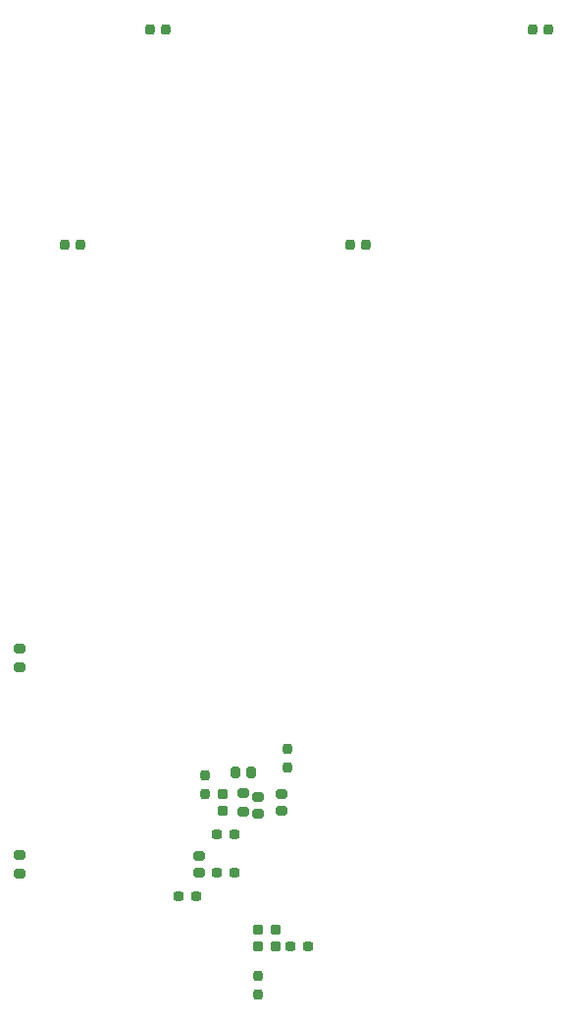
<source format=gbp>
%FSTAX44Y44*%
%MOMM*%
G71*
G01*
G75*
G04 Layer_Color=16714495*
G04:AMPARAMS|DCode=10|XSize=0.8mm|YSize=1mm|CornerRadius=0.2mm|HoleSize=0mm|Usage=FLASHONLY|Rotation=270.000|XOffset=0mm|YOffset=0mm|HoleType=Round|Shape=RoundedRectangle|*
%AMROUNDEDRECTD10*
21,1,0.8000,0.6000,0,0,270.0*
21,1,0.4000,1.0000,0,0,270.0*
1,1,0.4000,-0.3000,-0.2000*
1,1,0.4000,-0.3000,0.2000*
1,1,0.4000,0.3000,0.2000*
1,1,0.4000,0.3000,-0.2000*
%
%ADD10ROUNDEDRECTD10*%
G04:AMPARAMS|DCode=11|XSize=0.8mm|YSize=1mm|CornerRadius=0.2mm|HoleSize=0mm|Usage=FLASHONLY|Rotation=0.000|XOffset=0mm|YOffset=0mm|HoleType=Round|Shape=RoundedRectangle|*
%AMROUNDEDRECTD11*
21,1,0.8000,0.6000,0,0,0.0*
21,1,0.4000,1.0000,0,0,0.0*
1,1,0.4000,0.2000,-0.3000*
1,1,0.4000,-0.2000,-0.3000*
1,1,0.4000,-0.2000,0.3000*
1,1,0.4000,0.2000,0.3000*
%
%ADD11ROUNDEDRECTD11*%
G04:AMPARAMS|DCode=12|XSize=0.9mm|YSize=0.8mm|CornerRadius=0.2mm|HoleSize=0mm|Usage=FLASHONLY|Rotation=90.000|XOffset=0mm|YOffset=0mm|HoleType=Round|Shape=RoundedRectangle|*
%AMROUNDEDRECTD12*
21,1,0.9000,0.4000,0,0,90.0*
21,1,0.5000,0.8000,0,0,90.0*
1,1,0.4000,0.2000,0.2500*
1,1,0.4000,0.2000,-0.2500*
1,1,0.4000,-0.2000,-0.2500*
1,1,0.4000,-0.2000,0.2500*
%
%ADD12ROUNDEDRECTD12*%
G04:AMPARAMS|DCode=13|XSize=0.45mm|YSize=0.8mm|CornerRadius=0.1125mm|HoleSize=0mm|Usage=FLASHONLY|Rotation=180.000|XOffset=0mm|YOffset=0mm|HoleType=Round|Shape=RoundedRectangle|*
%AMROUNDEDRECTD13*
21,1,0.4500,0.5750,0,0,180.0*
21,1,0.2250,0.8000,0,0,180.0*
1,1,0.2250,-0.1125,0.2875*
1,1,0.2250,0.1125,0.2875*
1,1,0.2250,0.1125,-0.2875*
1,1,0.2250,-0.1125,-0.2875*
%
%ADD13ROUNDEDRECTD13*%
G04:AMPARAMS|DCode=14|XSize=1mm|YSize=0.8mm|CornerRadius=0.2mm|HoleSize=0mm|Usage=FLASHONLY|Rotation=180.000|XOffset=0mm|YOffset=0mm|HoleType=Round|Shape=RoundedRectangle|*
%AMROUNDEDRECTD14*
21,1,1.0000,0.4000,0,0,180.0*
21,1,0.6000,0.8000,0,0,180.0*
1,1,0.4000,-0.3000,0.2000*
1,1,0.4000,0.3000,0.2000*
1,1,0.4000,0.3000,-0.2000*
1,1,0.4000,-0.3000,-0.2000*
%
%ADD14ROUNDEDRECTD14*%
G04:AMPARAMS|DCode=15|XSize=1.9mm|YSize=0.4mm|CornerRadius=0.1mm|HoleSize=0mm|Usage=FLASHONLY|Rotation=180.000|XOffset=0mm|YOffset=0mm|HoleType=Round|Shape=RoundedRectangle|*
%AMROUNDEDRECTD15*
21,1,1.9000,0.2000,0,0,180.0*
21,1,1.7000,0.4000,0,0,180.0*
1,1,0.2000,-0.8500,0.1000*
1,1,0.2000,0.8500,0.1000*
1,1,0.2000,0.8500,-0.1000*
1,1,0.2000,-0.8500,-0.1000*
%
%ADD15ROUNDEDRECTD15*%
G04:AMPARAMS|DCode=16|XSize=0.8mm|YSize=0.85mm|CornerRadius=0.2mm|HoleSize=0mm|Usage=FLASHONLY|Rotation=90.000|XOffset=0mm|YOffset=0mm|HoleType=Round|Shape=RoundedRectangle|*
%AMROUNDEDRECTD16*
21,1,0.8000,0.4500,0,0,90.0*
21,1,0.4000,0.8500,0,0,90.0*
1,1,0.4000,0.2250,0.2000*
1,1,0.4000,0.2250,-0.2000*
1,1,0.4000,-0.2250,-0.2000*
1,1,0.4000,-0.2250,0.2000*
%
%ADD16ROUNDEDRECTD16*%
G04:AMPARAMS|DCode=17|XSize=1.6mm|YSize=1.3mm|CornerRadius=0.325mm|HoleSize=0mm|Usage=FLASHONLY|Rotation=0.000|XOffset=0mm|YOffset=0mm|HoleType=Round|Shape=RoundedRectangle|*
%AMROUNDEDRECTD17*
21,1,1.6000,0.6500,0,0,0.0*
21,1,0.9500,1.3000,0,0,0.0*
1,1,0.6500,0.4750,-0.3250*
1,1,0.6500,-0.4750,-0.3250*
1,1,0.6500,-0.4750,0.3250*
1,1,0.6500,0.4750,0.3250*
%
%ADD17ROUNDEDRECTD17*%
G04:AMPARAMS|DCode=18|XSize=2mm|YSize=1.6mm|CornerRadius=0.4mm|HoleSize=0mm|Usage=FLASHONLY|Rotation=90.000|XOffset=0mm|YOffset=0mm|HoleType=Round|Shape=RoundedRectangle|*
%AMROUNDEDRECTD18*
21,1,2.0000,0.8000,0,0,90.0*
21,1,1.2000,1.6000,0,0,90.0*
1,1,0.8000,0.4000,0.6000*
1,1,0.8000,0.4000,-0.6000*
1,1,0.8000,-0.4000,-0.6000*
1,1,0.8000,-0.4000,0.6000*
%
%ADD18ROUNDEDRECTD18*%
G04:AMPARAMS|DCode=19|XSize=2mm|YSize=2.6mm|CornerRadius=0.5mm|HoleSize=0mm|Usage=FLASHONLY|Rotation=90.000|XOffset=0mm|YOffset=0mm|HoleType=Round|Shape=RoundedRectangle|*
%AMROUNDEDRECTD19*
21,1,2.0000,1.6000,0,0,90.0*
21,1,1.0000,2.6000,0,0,90.0*
1,1,1.0000,0.8000,0.5000*
1,1,1.0000,0.8000,-0.5000*
1,1,1.0000,-0.8000,-0.5000*
1,1,1.0000,-0.8000,0.5000*
%
%ADD19ROUNDEDRECTD19*%
G04:AMPARAMS|DCode=20|XSize=1.25mm|YSize=1mm|CornerRadius=0.25mm|HoleSize=0mm|Usage=FLASHONLY|Rotation=180.000|XOffset=0mm|YOffset=0mm|HoleType=Round|Shape=RoundedRectangle|*
%AMROUNDEDRECTD20*
21,1,1.2500,0.5000,0,0,180.0*
21,1,0.7500,1.0000,0,0,180.0*
1,1,0.5000,-0.3750,0.2500*
1,1,0.5000,0.3750,0.2500*
1,1,0.5000,0.3750,-0.2500*
1,1,0.5000,-0.3750,-0.2500*
%
%ADD20ROUNDEDRECTD20*%
G04:AMPARAMS|DCode=21|XSize=1.8mm|YSize=2.8mm|CornerRadius=0.18mm|HoleSize=0mm|Usage=FLASHONLY|Rotation=90.000|XOffset=0mm|YOffset=0mm|HoleType=Round|Shape=RoundedRectangle|*
%AMROUNDEDRECTD21*
21,1,1.8000,2.4400,0,0,90.0*
21,1,1.4400,2.8000,0,0,90.0*
1,1,0.3600,1.2200,0.7200*
1,1,0.3600,1.2200,-0.7200*
1,1,0.3600,-1.2200,-0.7200*
1,1,0.3600,-1.2200,0.7200*
%
%ADD21ROUNDEDRECTD21*%
G04:AMPARAMS|DCode=22|XSize=0.7mm|YSize=1mm|CornerRadius=0.175mm|HoleSize=0mm|Usage=FLASHONLY|Rotation=270.000|XOffset=0mm|YOffset=0mm|HoleType=Round|Shape=RoundedRectangle|*
%AMROUNDEDRECTD22*
21,1,0.7000,0.6500,0,0,270.0*
21,1,0.3500,1.0000,0,0,270.0*
1,1,0.3500,-0.3250,-0.1750*
1,1,0.3500,-0.3250,0.1750*
1,1,0.3500,0.3250,0.1750*
1,1,0.3500,0.3250,-0.1750*
%
%ADD22ROUNDEDRECTD22*%
G04:AMPARAMS|DCode=23|XSize=2mm|YSize=1.6mm|CornerRadius=0.4mm|HoleSize=0mm|Usage=FLASHONLY|Rotation=0.000|XOffset=0mm|YOffset=0mm|HoleType=Round|Shape=RoundedRectangle|*
%AMROUNDEDRECTD23*
21,1,2.0000,0.8000,0,0,0.0*
21,1,1.2000,1.6000,0,0,0.0*
1,1,0.8000,0.6000,-0.4000*
1,1,0.8000,-0.6000,-0.4000*
1,1,0.8000,-0.6000,0.4000*
1,1,0.8000,0.6000,0.4000*
%
%ADD23ROUNDEDRECTD23*%
G04:AMPARAMS|DCode=24|XSize=2mm|YSize=2.6mm|CornerRadius=0.5mm|HoleSize=0mm|Usage=FLASHONLY|Rotation=0.000|XOffset=0mm|YOffset=0mm|HoleType=Round|Shape=RoundedRectangle|*
%AMROUNDEDRECTD24*
21,1,2.0000,1.6000,0,0,0.0*
21,1,1.0000,2.6000,0,0,0.0*
1,1,1.0000,0.5000,-0.8000*
1,1,1.0000,-0.5000,-0.8000*
1,1,1.0000,-0.5000,0.8000*
1,1,1.0000,0.5000,0.8000*
%
%ADD24ROUNDEDRECTD24*%
G04:AMPARAMS|DCode=25|XSize=2.4mm|YSize=3mm|CornerRadius=0.24mm|HoleSize=0mm|Usage=FLASHONLY|Rotation=270.000|XOffset=0mm|YOffset=0mm|HoleType=Round|Shape=RoundedRectangle|*
%AMROUNDEDRECTD25*
21,1,2.4000,2.5200,0,0,270.0*
21,1,1.9200,3.0000,0,0,270.0*
1,1,0.4800,-1.2600,-0.9600*
1,1,0.4800,-1.2600,0.9600*
1,1,0.4800,1.2600,0.9600*
1,1,0.4800,1.2600,-0.9600*
%
%ADD25ROUNDEDRECTD25*%
G04:AMPARAMS|DCode=26|XSize=2.65mm|YSize=1.75mm|CornerRadius=0.4375mm|HoleSize=0mm|Usage=FLASHONLY|Rotation=180.000|XOffset=0mm|YOffset=0mm|HoleType=Round|Shape=RoundedRectangle|*
%AMROUNDEDRECTD26*
21,1,2.6500,0.8750,0,0,180.0*
21,1,1.7750,1.7500,0,0,180.0*
1,1,0.8750,-0.8875,0.4375*
1,1,0.8750,0.8875,0.4375*
1,1,0.8750,0.8875,-0.4375*
1,1,0.8750,-0.8875,-0.4375*
%
%ADD26ROUNDEDRECTD26*%
G04:AMPARAMS|DCode=27|XSize=1.8mm|YSize=2.8mm|CornerRadius=0.18mm|HoleSize=0mm|Usage=FLASHONLY|Rotation=180.000|XOffset=0mm|YOffset=0mm|HoleType=Round|Shape=RoundedRectangle|*
%AMROUNDEDRECTD27*
21,1,1.8000,2.4400,0,0,180.0*
21,1,1.4400,2.8000,0,0,180.0*
1,1,0.3600,-0.7200,1.2200*
1,1,0.3600,0.7200,1.2200*
1,1,0.3600,0.7200,-1.2200*
1,1,0.3600,-0.7200,-1.2200*
%
%ADD27ROUNDEDRECTD27*%
G04:AMPARAMS|DCode=28|XSize=1.25mm|YSize=1mm|CornerRadius=0.25mm|HoleSize=0mm|Usage=FLASHONLY|Rotation=90.000|XOffset=0mm|YOffset=0mm|HoleType=Round|Shape=RoundedRectangle|*
%AMROUNDEDRECTD28*
21,1,1.2500,0.5000,0,0,90.0*
21,1,0.7500,1.0000,0,0,90.0*
1,1,0.5000,0.2500,0.3750*
1,1,0.5000,0.2500,-0.3750*
1,1,0.5000,-0.2500,-0.3750*
1,1,0.5000,-0.2500,0.3750*
%
%ADD28ROUNDEDRECTD28*%
%ADD29O,0.4000X1.9000*%
G04:AMPARAMS|DCode=30|XSize=0.9mm|YSize=0.8mm|CornerRadius=0.2mm|HoleSize=0mm|Usage=FLASHONLY|Rotation=180.000|XOffset=0mm|YOffset=0mm|HoleType=Round|Shape=RoundedRectangle|*
%AMROUNDEDRECTD30*
21,1,0.9000,0.4000,0,0,180.0*
21,1,0.5000,0.8000,0,0,180.0*
1,1,0.4000,-0.2500,0.2000*
1,1,0.4000,0.2500,0.2000*
1,1,0.4000,0.2500,-0.2000*
1,1,0.4000,-0.2500,-0.2000*
%
%ADD30ROUNDEDRECTD30*%
G04:AMPARAMS|DCode=31|XSize=0.7mm|YSize=1mm|CornerRadius=0.175mm|HoleSize=0mm|Usage=FLASHONLY|Rotation=0.000|XOffset=0mm|YOffset=0mm|HoleType=Round|Shape=RoundedRectangle|*
%AMROUNDEDRECTD31*
21,1,0.7000,0.6500,0,0,0.0*
21,1,0.3500,1.0000,0,0,0.0*
1,1,0.3500,0.1750,-0.3250*
1,1,0.3500,-0.1750,-0.3250*
1,1,0.3500,-0.1750,0.3250*
1,1,0.3500,0.1750,0.3250*
%
%ADD31ROUNDEDRECTD31*%
G04:AMPARAMS|DCode=32|XSize=0.8mm|YSize=0.85mm|CornerRadius=0.2mm|HoleSize=0mm|Usage=FLASHONLY|Rotation=180.000|XOffset=0mm|YOffset=0mm|HoleType=Round|Shape=RoundedRectangle|*
%AMROUNDEDRECTD32*
21,1,0.8000,0.4500,0,0,180.0*
21,1,0.4000,0.8500,0,0,180.0*
1,1,0.4000,-0.2000,0.2250*
1,1,0.4000,0.2000,0.2250*
1,1,0.4000,0.2000,-0.2250*
1,1,0.4000,-0.2000,-0.2250*
%
%ADD32ROUNDEDRECTD32*%
G04:AMPARAMS|DCode=33|XSize=0.6mm|YSize=2.2mm|CornerRadius=0.15mm|HoleSize=0mm|Usage=FLASHONLY|Rotation=0.000|XOffset=0mm|YOffset=0mm|HoleType=Round|Shape=RoundedRectangle|*
%AMROUNDEDRECTD33*
21,1,0.6000,1.9000,0,0,0.0*
21,1,0.3000,2.2000,0,0,0.0*
1,1,0.3000,0.1500,-0.9500*
1,1,0.3000,-0.1500,-0.9500*
1,1,0.3000,-0.1500,0.9500*
1,1,0.3000,0.1500,0.9500*
%
%ADD33ROUNDEDRECTD33*%
G04:AMPARAMS|DCode=34|XSize=2.2mm|YSize=2.8mm|CornerRadius=0.33mm|HoleSize=0mm|Usage=FLASHONLY|Rotation=90.000|XOffset=0mm|YOffset=0mm|HoleType=Round|Shape=RoundedRectangle|*
%AMROUNDEDRECTD34*
21,1,2.2000,2.1400,0,0,90.0*
21,1,1.5400,2.8000,0,0,90.0*
1,1,0.6600,1.0700,0.7700*
1,1,0.6600,1.0700,-0.7700*
1,1,0.6600,-1.0700,-0.7700*
1,1,0.6600,-1.0700,0.7700*
%
%ADD34ROUNDEDRECTD34*%
G04:AMPARAMS|DCode=35|XSize=1mm|YSize=0.8mm|CornerRadius=0.2mm|HoleSize=0mm|Usage=FLASHONLY|Rotation=90.000|XOffset=0mm|YOffset=0mm|HoleType=Round|Shape=RoundedRectangle|*
%AMROUNDEDRECTD35*
21,1,1.0000,0.4000,0,0,90.0*
21,1,0.6000,0.8000,0,0,90.0*
1,1,0.4000,0.2000,0.3000*
1,1,0.4000,0.2000,-0.3000*
1,1,0.4000,-0.2000,-0.3000*
1,1,0.4000,-0.2000,0.3000*
%
%ADD35ROUNDEDRECTD35*%
G04:AMPARAMS|DCode=36|XSize=0.5mm|YSize=0.65mm|CornerRadius=0.125mm|HoleSize=0mm|Usage=FLASHONLY|Rotation=180.000|XOffset=0mm|YOffset=0mm|HoleType=Round|Shape=RoundedRectangle|*
%AMROUNDEDRECTD36*
21,1,0.5000,0.4000,0,0,180.0*
21,1,0.2500,0.6500,0,0,180.0*
1,1,0.2500,-0.1250,0.2000*
1,1,0.2500,0.1250,0.2000*
1,1,0.2500,0.1250,-0.2000*
1,1,0.2500,-0.1250,-0.2000*
%
%ADD36ROUNDEDRECTD36*%
G04:AMPARAMS|DCode=37|XSize=0.3mm|YSize=1.9mm|CornerRadius=0.075mm|HoleSize=0mm|Usage=FLASHONLY|Rotation=270.000|XOffset=0mm|YOffset=0mm|HoleType=Round|Shape=RoundedRectangle|*
%AMROUNDEDRECTD37*
21,1,0.3000,1.7500,0,0,270.0*
21,1,0.1500,1.9000,0,0,270.0*
1,1,0.1500,-0.8750,-0.0750*
1,1,0.1500,-0.8750,0.0750*
1,1,0.1500,0.8750,0.0750*
1,1,0.1500,0.8750,-0.0750*
%
%ADD37ROUNDEDRECTD37*%
G04:AMPARAMS|DCode=38|XSize=0.3mm|YSize=1.9mm|CornerRadius=0.075mm|HoleSize=0mm|Usage=FLASHONLY|Rotation=180.000|XOffset=0mm|YOffset=0mm|HoleType=Round|Shape=RoundedRectangle|*
%AMROUNDEDRECTD38*
21,1,0.3000,1.7500,0,0,180.0*
21,1,0.1500,1.9000,0,0,180.0*
1,1,0.1500,-0.0750,0.8750*
1,1,0.1500,0.0750,0.8750*
1,1,0.1500,0.0750,-0.8750*
1,1,0.1500,-0.0750,-0.8750*
%
%ADD38ROUNDEDRECTD38*%
G04:AMPARAMS|DCode=39|XSize=6mm|YSize=6mm|CornerRadius=0.3mm|HoleSize=0mm|Usage=FLASHONLY|Rotation=270.000|XOffset=0mm|YOffset=0mm|HoleType=Round|Shape=RoundedRectangle|*
%AMROUNDEDRECTD39*
21,1,6.0000,5.4000,0,0,270.0*
21,1,5.4000,6.0000,0,0,270.0*
1,1,0.6000,-2.7000,-2.7000*
1,1,0.6000,-2.7000,2.7000*
1,1,0.6000,2.7000,2.7000*
1,1,0.6000,2.7000,-2.7000*
%
%ADD39ROUNDEDRECTD39*%
%ADD40C,0.3000*%
%ADD41C,0.2540*%
%ADD42C,1.0000*%
%ADD43C,0.4000*%
%ADD44C,0.7000*%
%ADD45C,0.5000*%
%ADD46C,0.2500*%
%ADD47C,0.2000*%
%ADD48C,2.0000*%
%ADD49C,1.6000*%
%ADD50C,2.5000*%
%ADD51C,2.0000*%
%ADD52C,1.3000*%
%ADD53C,2.2000*%
%ADD54C,0.6000*%
%ADD55C,1.0000*%
%ADD56C,0.7000*%
%ADD57C,1.0160*%
%ADD58C,2.0160*%
G04:AMPARAMS|DCode=59|XSize=2.524mm|YSize=2.524mm|CornerRadius=0mm|HoleSize=0mm|Usage=FLASHONLY|Rotation=0.000|XOffset=0mm|YOffset=0mm|HoleType=Round|Shape=Relief|Width=0.254mm|Gap=0.254mm|Entries=4|*
%AMTHD59*
7,0,0,2.5240,2.0160,0.2540,45*
%
%ADD59THD59*%
%ADD60C,2.6160*%
%ADD61C,2.2160*%
%ADD62C,2.6160*%
G04:AMPARAMS|DCode=63|XSize=3.124mm|YSize=3.124mm|CornerRadius=0mm|HoleSize=0mm|Usage=FLASHONLY|Rotation=0.000|XOffset=0mm|YOffset=0mm|HoleType=Round|Shape=Relief|Width=0.254mm|Gap=0.254mm|Entries=4|*
%AMTHD63*
7,0,0,3.1240,2.6160,0.2540,45*
%
%ADD63THD63*%
%ADD64C,2.3160*%
G04:AMPARAMS|DCode=65|XSize=2.824mm|YSize=2.824mm|CornerRadius=0mm|HoleSize=0mm|Usage=FLASHONLY|Rotation=0.000|XOffset=0mm|YOffset=0mm|HoleType=Round|Shape=Relief|Width=0.254mm|Gap=0.254mm|Entries=4|*
%AMTHD65*
7,0,0,2.8240,2.3160,0.2540,45*
%
%ADD65THD65*%
%ADD66C,1.8160*%
G04:AMPARAMS|DCode=67|XSize=2.324mm|YSize=2.324mm|CornerRadius=0mm|HoleSize=0mm|Usage=FLASHONLY|Rotation=0.000|XOffset=0mm|YOffset=0mm|HoleType=Round|Shape=Relief|Width=0.254mm|Gap=0.254mm|Entries=4|*
%AMTHD67*
7,0,0,2.3240,1.8160,0.2540,45*
%
%ADD67THD67*%
%ADD68C,6.0960*%
G04:AMPARAMS|DCode=69|XSize=1.824mm|YSize=1.824mm|CornerRadius=0mm|HoleSize=0mm|Usage=FLASHONLY|Rotation=0.000|XOffset=0mm|YOffset=0mm|HoleType=Round|Shape=Relief|Width=0.254mm|Gap=0.254mm|Entries=4|*
%AMTHD69*
7,0,0,1.8240,1.3160,0.2540,45*
%
%ADD69THD69*%
%ADD70C,1.3160*%
G04:AMPARAMS|DCode=71|XSize=2.124mm|YSize=2.124mm|CornerRadius=0mm|HoleSize=0mm|Usage=FLASHONLY|Rotation=0.000|XOffset=0mm|YOffset=0mm|HoleType=Round|Shape=Relief|Width=0.254mm|Gap=0.254mm|Entries=4|*
%AMTHD71*
7,0,0,2.1240,1.6160,0.2540,45*
%
%ADD71THD71*%
%ADD72C,1.6160*%
%ADD73C,0.0254*%
%ADD74C,0.3500*%
G04:AMPARAMS|DCode=75|XSize=1mm|YSize=1.2mm|CornerRadius=0.3mm|HoleSize=0mm|Usage=FLASHONLY|Rotation=270.000|XOffset=0mm|YOffset=0mm|HoleType=Round|Shape=RoundedRectangle|*
%AMROUNDEDRECTD75*
21,1,1.0000,0.6000,0,0,270.0*
21,1,0.4000,1.2000,0,0,270.0*
1,1,0.6000,-0.3000,-0.2000*
1,1,0.6000,-0.3000,0.2000*
1,1,0.6000,0.3000,0.2000*
1,1,0.6000,0.3000,-0.2000*
%
%ADD75ROUNDEDRECTD75*%
G04:AMPARAMS|DCode=76|XSize=1mm|YSize=1.2mm|CornerRadius=0.3mm|HoleSize=0mm|Usage=FLASHONLY|Rotation=0.000|XOffset=0mm|YOffset=0mm|HoleType=Round|Shape=RoundedRectangle|*
%AMROUNDEDRECTD76*
21,1,1.0000,0.6000,0,0,0.0*
21,1,0.4000,1.2000,0,0,0.0*
1,1,0.6000,0.2000,-0.3000*
1,1,0.6000,-0.2000,-0.3000*
1,1,0.6000,-0.2000,0.3000*
1,1,0.6000,0.2000,0.3000*
%
%ADD76ROUNDEDRECTD76*%
G04:AMPARAMS|DCode=77|XSize=1.1032mm|YSize=1.0032mm|CornerRadius=0.3016mm|HoleSize=0mm|Usage=FLASHONLY|Rotation=90.000|XOffset=0mm|YOffset=0mm|HoleType=Round|Shape=RoundedRectangle|*
%AMROUNDEDRECTD77*
21,1,1.1032,0.4000,0,0,90.0*
21,1,0.5000,1.0032,0,0,90.0*
1,1,0.6032,0.2000,0.2500*
1,1,0.6032,0.2000,-0.2500*
1,1,0.6032,-0.2000,-0.2500*
1,1,0.6032,-0.2000,0.2500*
%
%ADD77ROUNDEDRECTD77*%
G04:AMPARAMS|DCode=78|XSize=0.6532mm|YSize=1.0032mm|CornerRadius=0.2141mm|HoleSize=0mm|Usage=FLASHONLY|Rotation=180.000|XOffset=0mm|YOffset=0mm|HoleType=Round|Shape=RoundedRectangle|*
%AMROUNDEDRECTD78*
21,1,0.6532,0.5750,0,0,180.0*
21,1,0.2250,1.0032,0,0,180.0*
1,1,0.4282,-0.1125,0.2875*
1,1,0.4282,0.1125,0.2875*
1,1,0.4282,0.1125,-0.2875*
1,1,0.4282,-0.1125,-0.2875*
%
%ADD78ROUNDEDRECTD78*%
G04:AMPARAMS|DCode=79|XSize=1.2032mm|YSize=1.0032mm|CornerRadius=0.3016mm|HoleSize=0mm|Usage=FLASHONLY|Rotation=180.000|XOffset=0mm|YOffset=0mm|HoleType=Round|Shape=RoundedRectangle|*
%AMROUNDEDRECTD79*
21,1,1.2032,0.4000,0,0,180.0*
21,1,0.6000,1.0032,0,0,180.0*
1,1,0.6032,-0.3000,0.2000*
1,1,0.6032,0.3000,0.2000*
1,1,0.6032,0.3000,-0.2000*
1,1,0.6032,-0.3000,-0.2000*
%
%ADD79ROUNDEDRECTD79*%
G04:AMPARAMS|DCode=80|XSize=2mm|YSize=0.5mm|CornerRadius=0.15mm|HoleSize=0mm|Usage=FLASHONLY|Rotation=180.000|XOffset=0mm|YOffset=0mm|HoleType=Round|Shape=RoundedRectangle|*
%AMROUNDEDRECTD80*
21,1,2.0000,0.2000,0,0,180.0*
21,1,1.7000,0.5000,0,0,180.0*
1,1,0.3000,-0.8500,0.1000*
1,1,0.3000,0.8500,0.1000*
1,1,0.3000,0.8500,-0.1000*
1,1,0.3000,-0.8500,-0.1000*
%
%ADD80ROUNDEDRECTD80*%
G04:AMPARAMS|DCode=81|XSize=1.0032mm|YSize=1.0532mm|CornerRadius=0.3016mm|HoleSize=0mm|Usage=FLASHONLY|Rotation=90.000|XOffset=0mm|YOffset=0mm|HoleType=Round|Shape=RoundedRectangle|*
%AMROUNDEDRECTD81*
21,1,1.0032,0.4500,0,0,90.0*
21,1,0.4000,1.0532,0,0,90.0*
1,1,0.6032,0.2250,0.2000*
1,1,0.6032,0.2250,-0.2000*
1,1,0.6032,-0.2250,-0.2000*
1,1,0.6032,-0.2250,0.2000*
%
%ADD81ROUNDEDRECTD81*%
G04:AMPARAMS|DCode=82|XSize=1.8032mm|YSize=1.5032mm|CornerRadius=0.4266mm|HoleSize=0mm|Usage=FLASHONLY|Rotation=0.000|XOffset=0mm|YOffset=0mm|HoleType=Round|Shape=RoundedRectangle|*
%AMROUNDEDRECTD82*
21,1,1.8032,0.6500,0,0,0.0*
21,1,0.9500,1.5032,0,0,0.0*
1,1,0.8532,0.4750,-0.3250*
1,1,0.8532,-0.4750,-0.3250*
1,1,0.8532,-0.4750,0.3250*
1,1,0.8532,0.4750,0.3250*
%
%ADD82ROUNDEDRECTD82*%
G04:AMPARAMS|DCode=83|XSize=2.2mm|YSize=1.8mm|CornerRadius=0.5mm|HoleSize=0mm|Usage=FLASHONLY|Rotation=90.000|XOffset=0mm|YOffset=0mm|HoleType=Round|Shape=RoundedRectangle|*
%AMROUNDEDRECTD83*
21,1,2.2000,0.8000,0,0,90.0*
21,1,1.2000,1.8000,0,0,90.0*
1,1,1.0000,0.4000,0.6000*
1,1,1.0000,0.4000,-0.6000*
1,1,1.0000,-0.4000,-0.6000*
1,1,1.0000,-0.4000,0.6000*
%
%ADD83ROUNDEDRECTD83*%
G04:AMPARAMS|DCode=84|XSize=2.2mm|YSize=2.8mm|CornerRadius=0.6mm|HoleSize=0mm|Usage=FLASHONLY|Rotation=90.000|XOffset=0mm|YOffset=0mm|HoleType=Round|Shape=RoundedRectangle|*
%AMROUNDEDRECTD84*
21,1,2.2000,1.6000,0,0,90.0*
21,1,1.0000,2.8000,0,0,90.0*
1,1,1.2000,0.8000,0.5000*
1,1,1.2000,0.8000,-0.5000*
1,1,1.2000,-0.8000,-0.5000*
1,1,1.2000,-0.8000,0.5000*
%
%ADD84ROUNDEDRECTD84*%
G04:AMPARAMS|DCode=85|XSize=1.4532mm|YSize=1.2032mm|CornerRadius=0.3516mm|HoleSize=0mm|Usage=FLASHONLY|Rotation=180.000|XOffset=0mm|YOffset=0mm|HoleType=Round|Shape=RoundedRectangle|*
%AMROUNDEDRECTD85*
21,1,1.4532,0.5000,0,0,180.0*
21,1,0.7500,1.2032,0,0,180.0*
1,1,0.7032,-0.3750,0.2500*
1,1,0.7032,0.3750,0.2500*
1,1,0.7032,0.3750,-0.2500*
1,1,0.7032,-0.3750,-0.2500*
%
%ADD85ROUNDEDRECTD85*%
G04:AMPARAMS|DCode=86|XSize=2.0032mm|YSize=3.0032mm|CornerRadius=0.2816mm|HoleSize=0mm|Usage=FLASHONLY|Rotation=90.000|XOffset=0mm|YOffset=0mm|HoleType=Round|Shape=RoundedRectangle|*
%AMROUNDEDRECTD86*
21,1,2.0032,2.4400,0,0,90.0*
21,1,1.4400,3.0032,0,0,90.0*
1,1,0.5632,1.2200,0.7200*
1,1,0.5632,1.2200,-0.7200*
1,1,0.5632,-1.2200,-0.7200*
1,1,0.5632,-1.2200,0.7200*
%
%ADD86ROUNDEDRECTD86*%
G04:AMPARAMS|DCode=87|XSize=0.9032mm|YSize=1.2032mm|CornerRadius=0.2766mm|HoleSize=0mm|Usage=FLASHONLY|Rotation=270.000|XOffset=0mm|YOffset=0mm|HoleType=Round|Shape=RoundedRectangle|*
%AMROUNDEDRECTD87*
21,1,0.9032,0.6500,0,0,270.0*
21,1,0.3500,1.2032,0,0,270.0*
1,1,0.5532,-0.3250,-0.1750*
1,1,0.5532,-0.3250,0.1750*
1,1,0.5532,0.3250,0.1750*
1,1,0.5532,0.3250,-0.1750*
%
%ADD87ROUNDEDRECTD87*%
G04:AMPARAMS|DCode=88|XSize=2.2mm|YSize=1.8mm|CornerRadius=0.5mm|HoleSize=0mm|Usage=FLASHONLY|Rotation=0.000|XOffset=0mm|YOffset=0mm|HoleType=Round|Shape=RoundedRectangle|*
%AMROUNDEDRECTD88*
21,1,2.2000,0.8000,0,0,0.0*
21,1,1.2000,1.8000,0,0,0.0*
1,1,1.0000,0.6000,-0.4000*
1,1,1.0000,-0.6000,-0.4000*
1,1,1.0000,-0.6000,0.4000*
1,1,1.0000,0.6000,0.4000*
%
%ADD88ROUNDEDRECTD88*%
G04:AMPARAMS|DCode=89|XSize=2.2mm|YSize=2.8mm|CornerRadius=0.6mm|HoleSize=0mm|Usage=FLASHONLY|Rotation=0.000|XOffset=0mm|YOffset=0mm|HoleType=Round|Shape=RoundedRectangle|*
%AMROUNDEDRECTD89*
21,1,2.2000,1.6000,0,0,0.0*
21,1,1.0000,2.8000,0,0,0.0*
1,1,1.2000,0.5000,-0.8000*
1,1,1.2000,-0.5000,-0.8000*
1,1,1.2000,-0.5000,0.8000*
1,1,1.2000,0.5000,0.8000*
%
%ADD89ROUNDEDRECTD89*%
G04:AMPARAMS|DCode=90|XSize=2.6032mm|YSize=3.2032mm|CornerRadius=0.3416mm|HoleSize=0mm|Usage=FLASHONLY|Rotation=270.000|XOffset=0mm|YOffset=0mm|HoleType=Round|Shape=RoundedRectangle|*
%AMROUNDEDRECTD90*
21,1,2.6032,2.5200,0,0,270.0*
21,1,1.9200,3.2032,0,0,270.0*
1,1,0.6832,-1.2600,-0.9600*
1,1,0.6832,-1.2600,0.9600*
1,1,0.6832,1.2600,0.9600*
1,1,0.6832,1.2600,-0.9600*
%
%ADD90ROUNDEDRECTD90*%
G04:AMPARAMS|DCode=91|XSize=2.8532mm|YSize=1.9532mm|CornerRadius=0.5391mm|HoleSize=0mm|Usage=FLASHONLY|Rotation=180.000|XOffset=0mm|YOffset=0mm|HoleType=Round|Shape=RoundedRectangle|*
%AMROUNDEDRECTD91*
21,1,2.8532,0.8750,0,0,180.0*
21,1,1.7750,1.9532,0,0,180.0*
1,1,1.0782,-0.8875,0.4375*
1,1,1.0782,0.8875,0.4375*
1,1,1.0782,0.8875,-0.4375*
1,1,1.0782,-0.8875,-0.4375*
%
%ADD91ROUNDEDRECTD91*%
G04:AMPARAMS|DCode=92|XSize=2.0032mm|YSize=3.0032mm|CornerRadius=0.2816mm|HoleSize=0mm|Usage=FLASHONLY|Rotation=180.000|XOffset=0mm|YOffset=0mm|HoleType=Round|Shape=RoundedRectangle|*
%AMROUNDEDRECTD92*
21,1,2.0032,2.4400,0,0,180.0*
21,1,1.4400,3.0032,0,0,180.0*
1,1,0.5632,-0.7200,1.2200*
1,1,0.5632,0.7200,1.2200*
1,1,0.5632,0.7200,-1.2200*
1,1,0.5632,-0.7200,-1.2200*
%
%ADD92ROUNDEDRECTD92*%
G04:AMPARAMS|DCode=93|XSize=1.4532mm|YSize=1.2032mm|CornerRadius=0.3516mm|HoleSize=0mm|Usage=FLASHONLY|Rotation=90.000|XOffset=0mm|YOffset=0mm|HoleType=Round|Shape=RoundedRectangle|*
%AMROUNDEDRECTD93*
21,1,1.4532,0.5000,0,0,90.0*
21,1,0.7500,1.2032,0,0,90.0*
1,1,0.7032,0.2500,0.3750*
1,1,0.7032,0.2500,-0.3750*
1,1,0.7032,-0.2500,-0.3750*
1,1,0.7032,-0.2500,0.3750*
%
%ADD93ROUNDEDRECTD93*%
%ADD94O,0.5000X2.0000*%
G04:AMPARAMS|DCode=95|XSize=1.1032mm|YSize=1.0032mm|CornerRadius=0.3016mm|HoleSize=0mm|Usage=FLASHONLY|Rotation=180.000|XOffset=0mm|YOffset=0mm|HoleType=Round|Shape=RoundedRectangle|*
%AMROUNDEDRECTD95*
21,1,1.1032,0.4000,0,0,180.0*
21,1,0.5000,1.0032,0,0,180.0*
1,1,0.6032,-0.2500,0.2000*
1,1,0.6032,0.2500,0.2000*
1,1,0.6032,0.2500,-0.2000*
1,1,0.6032,-0.2500,-0.2000*
%
%ADD95ROUNDEDRECTD95*%
G04:AMPARAMS|DCode=96|XSize=0.9032mm|YSize=1.2032mm|CornerRadius=0.2766mm|HoleSize=0mm|Usage=FLASHONLY|Rotation=0.000|XOffset=0mm|YOffset=0mm|HoleType=Round|Shape=RoundedRectangle|*
%AMROUNDEDRECTD96*
21,1,0.9032,0.6500,0,0,0.0*
21,1,0.3500,1.2032,0,0,0.0*
1,1,0.5532,0.1750,-0.3250*
1,1,0.5532,-0.1750,-0.3250*
1,1,0.5532,-0.1750,0.3250*
1,1,0.5532,0.1750,0.3250*
%
%ADD96ROUNDEDRECTD96*%
G04:AMPARAMS|DCode=97|XSize=1.0032mm|YSize=1.0532mm|CornerRadius=0.3016mm|HoleSize=0mm|Usage=FLASHONLY|Rotation=180.000|XOffset=0mm|YOffset=0mm|HoleType=Round|Shape=RoundedRectangle|*
%AMROUNDEDRECTD97*
21,1,1.0032,0.4500,0,0,180.0*
21,1,0.4000,1.0532,0,0,180.0*
1,1,0.6032,-0.2000,0.2250*
1,1,0.6032,0.2000,0.2250*
1,1,0.6032,0.2000,-0.2250*
1,1,0.6032,-0.2000,-0.2250*
%
%ADD97ROUNDEDRECTD97*%
G04:AMPARAMS|DCode=98|XSize=0.8032mm|YSize=2.4032mm|CornerRadius=0.2516mm|HoleSize=0mm|Usage=FLASHONLY|Rotation=0.000|XOffset=0mm|YOffset=0mm|HoleType=Round|Shape=RoundedRectangle|*
%AMROUNDEDRECTD98*
21,1,0.8032,1.9000,0,0,0.0*
21,1,0.3000,2.4032,0,0,0.0*
1,1,0.5032,0.1500,-0.9500*
1,1,0.5032,-0.1500,-0.9500*
1,1,0.5032,-0.1500,0.9500*
1,1,0.5032,0.1500,0.9500*
%
%ADD98ROUNDEDRECTD98*%
G04:AMPARAMS|DCode=99|XSize=2.4032mm|YSize=3.0032mm|CornerRadius=0.4316mm|HoleSize=0mm|Usage=FLASHONLY|Rotation=90.000|XOffset=0mm|YOffset=0mm|HoleType=Round|Shape=RoundedRectangle|*
%AMROUNDEDRECTD99*
21,1,2.4032,2.1400,0,0,90.0*
21,1,1.5400,3.0032,0,0,90.0*
1,1,0.8632,1.0700,0.7700*
1,1,0.8632,1.0700,-0.7700*
1,1,0.8632,-1.0700,-0.7700*
1,1,0.8632,-1.0700,0.7700*
%
%ADD99ROUNDEDRECTD99*%
G04:AMPARAMS|DCode=100|XSize=1.2032mm|YSize=1.0032mm|CornerRadius=0.3016mm|HoleSize=0mm|Usage=FLASHONLY|Rotation=90.000|XOffset=0mm|YOffset=0mm|HoleType=Round|Shape=RoundedRectangle|*
%AMROUNDEDRECTD100*
21,1,1.2032,0.4000,0,0,90.0*
21,1,0.6000,1.0032,0,0,90.0*
1,1,0.6032,0.2000,0.3000*
1,1,0.6032,0.2000,-0.3000*
1,1,0.6032,-0.2000,-0.3000*
1,1,0.6032,-0.2000,0.3000*
%
%ADD100ROUNDEDRECTD100*%
G04:AMPARAMS|DCode=101|XSize=0.7032mm|YSize=0.8532mm|CornerRadius=0.2266mm|HoleSize=0mm|Usage=FLASHONLY|Rotation=180.000|XOffset=0mm|YOffset=0mm|HoleType=Round|Shape=RoundedRectangle|*
%AMROUNDEDRECTD101*
21,1,0.7032,0.4000,0,0,180.0*
21,1,0.2500,0.8532,0,0,180.0*
1,1,0.4532,-0.1250,0.2000*
1,1,0.4532,0.1250,0.2000*
1,1,0.4532,0.1250,-0.2000*
1,1,0.4532,-0.1250,-0.2000*
%
%ADD101ROUNDEDRECTD101*%
G04:AMPARAMS|DCode=102|XSize=0.4mm|YSize=2mm|CornerRadius=0.125mm|HoleSize=0mm|Usage=FLASHONLY|Rotation=270.000|XOffset=0mm|YOffset=0mm|HoleType=Round|Shape=RoundedRectangle|*
%AMROUNDEDRECTD102*
21,1,0.4000,1.7500,0,0,270.0*
21,1,0.1500,2.0000,0,0,270.0*
1,1,0.2500,-0.8750,-0.0750*
1,1,0.2500,-0.8750,0.0750*
1,1,0.2500,0.8750,0.0750*
1,1,0.2500,0.8750,-0.0750*
%
%ADD102ROUNDEDRECTD102*%
G04:AMPARAMS|DCode=103|XSize=0.4mm|YSize=2mm|CornerRadius=0.125mm|HoleSize=0mm|Usage=FLASHONLY|Rotation=180.000|XOffset=0mm|YOffset=0mm|HoleType=Round|Shape=RoundedRectangle|*
%AMROUNDEDRECTD103*
21,1,0.4000,1.7500,0,0,180.0*
21,1,0.1500,2.0000,0,0,180.0*
1,1,0.2500,-0.0750,0.8750*
1,1,0.2500,0.0750,0.8750*
1,1,0.2500,0.0750,-0.8750*
1,1,0.2500,-0.0750,-0.8750*
%
%ADD103ROUNDEDRECTD103*%
G04:AMPARAMS|DCode=104|XSize=6.2mm|YSize=6.2mm|CornerRadius=0.4mm|HoleSize=0mm|Usage=FLASHONLY|Rotation=270.000|XOffset=0mm|YOffset=0mm|HoleType=Round|Shape=RoundedRectangle|*
%AMROUNDEDRECTD104*
21,1,6.2000,5.4000,0,0,270.0*
21,1,5.4000,6.2000,0,0,270.0*
1,1,0.8000,-2.7000,-2.7000*
1,1,0.8000,-2.7000,2.7000*
1,1,0.8000,2.7000,2.7000*
1,1,0.8000,2.7000,-2.7000*
%
%ADD104ROUNDEDRECTD104*%
%ADD105C,1.8000*%
%ADD106C,2.7032*%
%ADD107C,1.8032*%
%ADD108C,2.2032*%
%ADD109C,1.5032*%
%ADD110C,0.2032*%
%ADD111C,2.4032*%
%ADD112C,0.8032*%
%ADD113C,1.2032*%
%ADD114C,0.9032*%
D10*
X0087244Y0067394D02*
D03*
Y0068994D02*
D03*
X006794Y006366D02*
D03*
Y006206D02*
D03*
Y008144D02*
D03*
Y007984D02*
D03*
D12*
X0071812Y01162D02*
D03*
X0073212D02*
D03*
X0080578Y0134742D02*
D03*
X0079178D02*
D03*
X009645Y01162D02*
D03*
X009785D02*
D03*
X0113598Y0134742D02*
D03*
X0112198D02*
D03*
D14*
X0083434Y006216D02*
D03*
Y006356D02*
D03*
X0088514Y006864D02*
D03*
Y006724D02*
D03*
X0090546Y0068894D02*
D03*
Y0067494D02*
D03*
D16*
X00912952Y0055748D02*
D03*
X00928448D02*
D03*
X00849452Y00654D02*
D03*
X00864948D02*
D03*
X00831848Y0060102D02*
D03*
X00816352D02*
D03*
X00849452Y0062098D02*
D03*
X00864948D02*
D03*
D30*
X0088514Y005581D02*
D03*
Y005721D02*
D03*
X0090038Y005581D02*
D03*
Y005721D02*
D03*
X0085466Y0067494D02*
D03*
Y0068894D02*
D03*
D32*
X0088514Y00532208D02*
D03*
Y00516712D02*
D03*
X0083942Y00689432D02*
D03*
Y00704928D02*
D03*
X0091054Y00712292D02*
D03*
Y00727788D02*
D03*
D35*
X0086544Y0070734D02*
D03*
X0087944D02*
D03*
M02*

</source>
